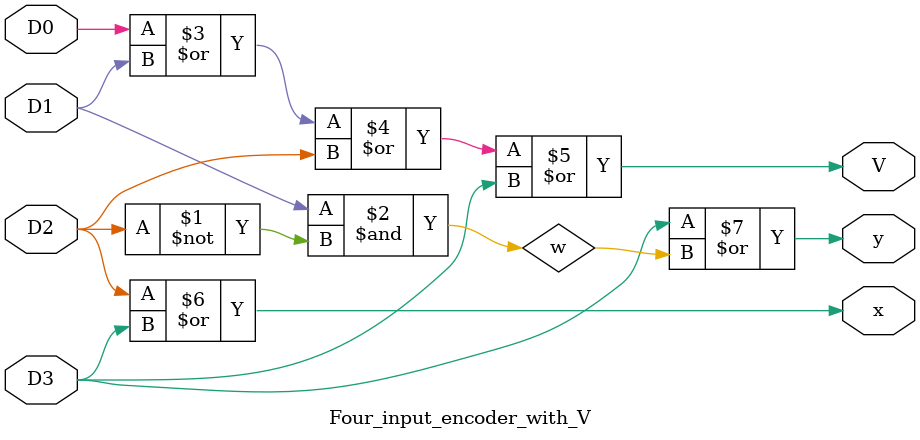
<source format=sv>
module Four_input_encoder_with_V(input D0,D1,D2,D3, output x,y,V);
		wire w;
		and (w,D1,~D2);
		or
	     o1 (V,D0,D1,D2,D3),
	     o2 (x,D2,D3),
	     o3 (y,D3,w);                            
endmodule
</source>
